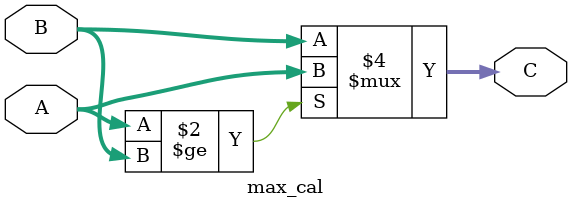
<source format=sv>

`timescale 1ns/1ps

module max_cal (
    A,
    B,
    C
);

    //---------------------------------------------------------------------------------------------------------------------
    // Global constant headers
    //---------------------------------------------------------------------------------------------------------------------
    
    
    
    //---------------------------------------------------------------------------------------------------------------------
    // parameter definitions
    //---------------------------------------------------------------------------------------------------------------------
    
    
    
    //---------------------------------------------------------------------------------------------------------------------
    // localparam definitions
    //---------------------------------------------------------------------------------------------------------------------
    
    
    
    //---------------------------------------------------------------------------------------------------------------------
    // type definitions
    //---------------------------------------------------------------------------------------------------------------------
    
    
    
    //---------------------------------------------------------------------------------------------------------------------
    // I/O signals
    //---------------------------------------------------------------------------------------------------------------------
    
    input   logic   unsigned  [31:0] A;
    input   logic   unsigned  [31:0] B;
    output  logic   unsigned  [31:0] C;

    //---------------------------------------------------------------------------------------------------------------------
    // Internal signals
    //---------------------------------------------------------------------------------------------------------------------
    
    
    
    //---------------------------------------------------------------------------------------------------------------------
    // Implementation
    //---------------------------------------------------------------------------------------------------------------------
    
    always_comb begin : Max_block
        if (A>=B) begin
            C=A;
        end 
        else begin
            C=B;
        end
    end
    
endmodule
</source>
